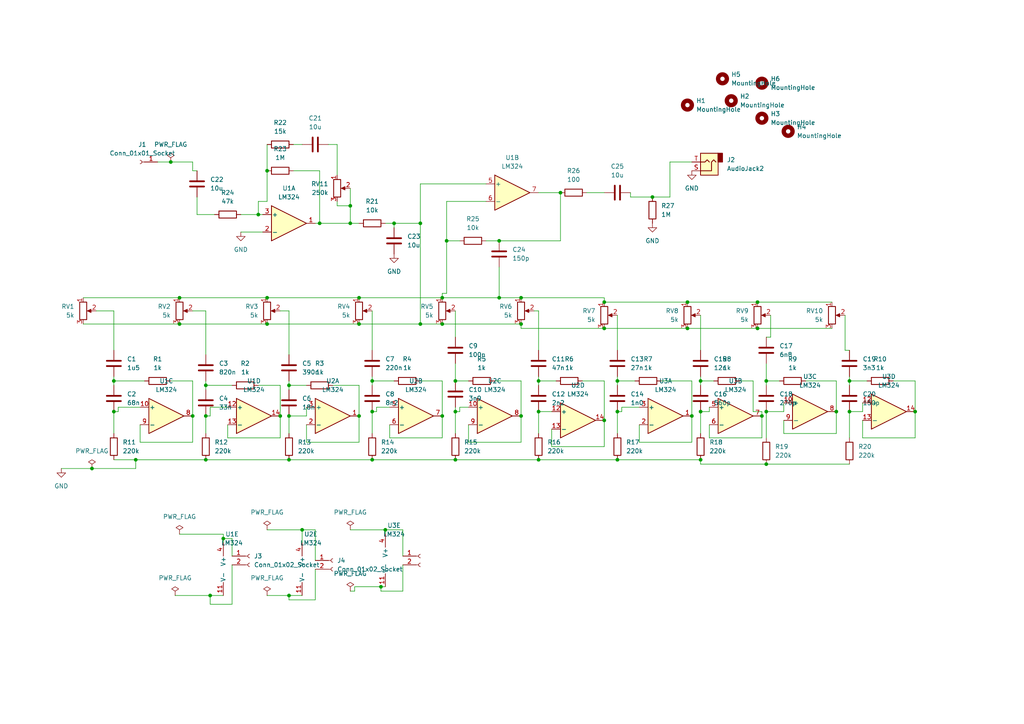
<source format=kicad_sch>
(kicad_sch (version 20230121) (generator eeschema)
  (paper "A4")
  (lib_symbols
    (symbol "Amplifier_Operational:LM324" (pin_names (offset 0.127))
      (property "Reference" "U" (at 0 5.08 0))
      (property "Value" "LM324" (at 0 -5.08 0))
      (symbol "LM324_1_1"
        (polyline (pts (xy -5.08 5.08) (xy 5.08 0) (xy -5.08 -5.08) (xy -5.08 5.08)) (stroke (width 0.254)) (fill (type background)))
        (pin output line (at 7.62 0 180) (length 2.54) (name "~") (number "1"))
        (pin input line (at -7.62 -2.54 0) (length 2.54) (name "-") (number "2"))
        (pin input line (at -7.62 2.54 0) (length 2.54) (name "+") (number "3"))
      )
      (symbol "LM324_2_1"
        (polyline (pts (xy -5.08 5.08) (xy 5.08 0) (xy -5.08 -5.08) (xy -5.08 5.08)) (stroke (width 0.254)) (fill (type background)))
        (pin input line (at -7.62 2.54 0) (length 2.54) (name "+") (number "5"))
        (pin input line (at -7.62 -2.54 0) (length 2.54) (name "-") (number "6"))
        (pin output line (at 7.62 0 180) (length 2.54) (name "~") (number "7"))
      )
      (symbol "LM324_3_1"
        (polyline (pts (xy -5.08 5.08) (xy 5.08 0) (xy -5.08 -5.08) (xy -5.08 5.08)) (stroke (width 0.254)) (fill (type background)))
        (pin input line (at -7.62 2.54 0) (length 2.54) (name "+") (number "10"))
        (pin output line (at 7.62 0 180) (length 2.54) (name "~") (number "8"))
        (pin input line (at -7.62 -2.54 0) (length 2.54) (name "-") (number "9"))
      )
      (symbol "LM324_4_1"
        (polyline (pts (xy -5.08 5.08) (xy 5.08 0) (xy -5.08 -5.08) (xy -5.08 5.08)) (stroke (width 0.254)) (fill (type background)))
        (pin input line (at -7.62 2.54 0) (length 2.54) (name "+") (number "12"))
        (pin input line (at -7.62 -2.54 0) (length 2.54) (name "-") (number "13"))
        (pin output line (at 7.62 0 180) (length 2.54) (name "~") (number "14"))
      )
      (symbol "LM324_5_1"
        (pin power_in line (at -2.54 -7.62 90) (length 3.81) (name "V-") (number "11"))
        (pin power_in line (at -2.54 7.62 270) (length 3.81) (name "V+") (number "4"))
      )
    )
    (symbol "Connector:Conn_01x01_Socket" (pin_names (offset 1.016) hide)
      (property "Reference" "J" (at 0 2.54 0))
      (property "Value" "Conn_01x01_Socket" (at 0 -2.54 0))
      (symbol "Conn_01x01_Socket_1_1"
        (polyline (pts (xy -1.27 0) (xy -0.508 0)) (stroke (width 0.1524)))
        (arc (start 0 0.508) (mid -0.5058 0) (end 0 -0.508) (stroke (width 0.1524)))
        (pin passive line (at -5.08 0 0) (length 3.81) (name "Pin_1") (number "1"))
      )
    )
    (symbol "Connector:Conn_01x02_Socket" (pin_names (offset 1.016) hide)
      (property "Reference" "J" (at 0 2.54 0))
      (property "Value" "Conn_01x02_Socket" (at 0 -5.08 0))
      (symbol "Conn_01x02_Socket_1_1"
        (arc (start 0 -2.032) (mid -0.5058 -2.54) (end 0 -3.048) (stroke (width 0.1524)))
        (polyline (pts (xy -1.27 -2.54) (xy -0.508 -2.54)) (stroke (width 0.1524)))
        (polyline (pts (xy -1.27 0) (xy -0.508 0)) (stroke (width 0.1524)))
        (arc (start 0 0.508) (mid -0.5058 0) (end 0 -0.508) (stroke (width 0.1524)))
        (pin passive line (at -5.08 0 0) (length 3.81) (name "Pin_1") (number "1"))
        (pin passive line (at -5.08 -2.54 0) (length 3.81) (name "Pin_2") (number "2"))
      )
    )
    (symbol "Connector_Audio:AudioJack2"
      (property "Reference" "J" (at 0 8.89 0))
      (property "Value" "AudioJack2" (at 0 6.35 0))
      (symbol "AudioJack2_0_1"
        (rectangle (start -3.81 0) (end -2.54 -2.54) (stroke (width 0.254)) (fill (type outline)))
        (rectangle (start -2.54 3.81) (end 2.54 -2.54) (stroke (width 0.254)) (fill (type background)))
        (polyline (pts (xy 0 0) (xy 0.635 -0.635) (xy 1.27 0) (xy 2.54 0)) (stroke (width 0.254)))
        (polyline (pts (xy 2.54 2.54) (xy -0.635 2.54) (xy -0.635 0) (xy -1.27 -0.635) (xy -1.905 0)) (stroke (width 0.254)))
      )
      (symbol "AudioJack2_1_1"
        (pin passive line (at 5.08 2.54 180) (length 2.54) (name "~") (number "S"))
        (pin passive line (at 5.08 0 180) (length 2.54) (name "~") (number "T"))
      )
    )
    (symbol "Device:C" (pin_numbers hide) (pin_names (offset 0.254))
      (property "Reference" "C" (at 0.635 2.54 0))
      (property "Value" "C" (at 0.635 -2.54 0))
      (symbol "C_0_1"
        (polyline (pts (xy -2.032 -0.762) (xy 2.032 -0.762)) (stroke (width 0.508)))
        (polyline (pts (xy -2.032 0.762) (xy 2.032 0.762)) (stroke (width 0.508)))
      )
      (symbol "C_1_1"
        (pin passive line (at 0 3.81 270) (length 2.794) (name "~") (number "1"))
        (pin passive line (at 0 -3.81 90) (length 2.794) (name "~") (number "2"))
      )
    )
    (symbol "Device:R" (pin_numbers hide) (pin_names (offset 0))
      (property "Reference" "R" (at 2.032 0 90))
      (property "Value" "R" (at 0 0 90))
      (symbol "R_0_1"
        (rectangle (start -1.016 -2.54) (end 1.016 2.54) (stroke (width 0.254)))
      )
      (symbol "R_1_1"
        (pin passive line (at 0 3.81 270) (length 1.27) (name "~") (number "1"))
        (pin passive line (at 0 -3.81 90) (length 1.27) (name "~") (number "2"))
      )
    )
    (symbol "Device:R_Potentiometer" (pin_names (offset 1.016) hide)
      (property "Reference" "RV" (at -4.445 0 90))
      (property "Value" "R_Potentiometer" (at -2.54 0 90))
      (symbol "R_Potentiometer_0_1"
        (polyline (pts (xy 2.54 0) (xy 1.524 0)))
        (polyline (pts (xy 1.143 0) (xy 2.286 0.508) (xy 2.286 -0.508) (xy 1.143 0)) (fill (type outline)))
        (rectangle (start 1.016 2.54) (end -1.016 -2.54) (stroke (width 0.254)))
      )
      (symbol "R_Potentiometer_1_1"
        (pin passive line (at 0 3.81 270) (length 1.27) (name "1") (number "1"))
        (pin passive line (at 3.81 0 180) (length 1.27) (name "2") (number "2"))
        (pin passive line (at 0 -3.81 90) (length 1.27) (name "3") (number "3"))
      )
    )
    (symbol "Mechanical:MountingHole" (pin_names (offset 1.016))
      (property "Reference" "H" (at 0 5.08 0))
      (property "Value" "MountingHole" (at 0 3.175 0))
      (symbol "MountingHole_0_1"
        (circle (center 0 0) (radius 1.27) (stroke (width 1.27)))
      )
    )
    (symbol "power:GND" (power) (pin_names (offset 0))
      (property "Value" "GND" (at 0 -3.81 0))
      (symbol "GND_0_1"
        (polyline (pts (xy 0 0) (xy 0 -1.27) (xy 1.27 -1.27) (xy 0 -2.54) (xy -1.27 -1.27) (xy 0 -1.27)))
      )
      (symbol "GND_1_1"
        (pin power_in line (at 0 0 270) (length 0) hide (name "GND") (number "1"))
      )
    )
    (symbol "power:PWR_FLAG" (power) (pin_numbers hide) (pin_names (offset 0) hide)
      (property "Value" "PWR_FLAG" (at 0 3.81 0))
      (symbol "PWR_FLAG_0_0"
        (pin power_out line (at 0 0 90) (length 0) (name "pwr") (number "1"))
      )
      (symbol "PWR_FLAG_0_1"
        (polyline (pts (xy 0 0) (xy 0 1.27) (xy -1.016 1.905) (xy 0 2.54) (xy 1.016 1.905) (xy 0 1.27)))
      )
    )
  )
  (junction (at 151.13 86.36))
  (junction (at 189.23 57.15))
  (junction (at 107.95 119.38))
  (junction (at 162.56 55.88))
  (junction (at 111.76 153.67))
  (junction (at 128.27 93.98))
  (junction (at 156.21 133.35))
  (junction (at 104.14 120.65))
  (junction (at 151.13 93.98))
  (junction (at 129.54 69.85))
  (junction (at 33.02 119.38))
  (junction (at 222.25 119.38))
  (junction (at 77.47 93.98))
  (junction (at 156.21 110.49))
  (junction (at 132.08 110.49))
  (junction (at 49.53 46.99))
  (junction (at 156.21 119.38))
  (junction (at 52.07 93.98))
  (junction (at 101.6 59.69))
  (junction (at 101.6 64.77))
  (junction (at 219.71 95.25))
  (junction (at 60.96 172.72))
  (junction (at 203.2 110.49))
  (junction (at 87.63 153.67))
  (junction (at 151.13 120.65))
  (junction (at 132.08 133.35))
  (junction (at 222.25 110.49))
  (junction (at 219.71 87.63))
  (junction (at 220.98 120.65))
  (junction (at 104.14 93.98))
  (junction (at 179.07 119.38))
  (junction (at 104.14 86.36))
  (junction (at 83.82 111.76))
  (junction (at 33.02 110.49))
  (junction (at 59.69 133.35))
  (junction (at 175.26 121.92))
  (junction (at 107.95 110.49))
  (junction (at 200.66 120.65))
  (junction (at 83.82 120.65))
  (junction (at 144.78 86.36))
  (junction (at 246.38 119.38))
  (junction (at 77.47 49.53))
  (junction (at 222.25 134.62))
  (junction (at 242.57 119.38))
  (junction (at 203.2 119.38))
  (junction (at 121.92 64.77))
  (junction (at 114.3 64.77))
  (junction (at 121.92 93.98))
  (junction (at 59.69 120.65))
  (junction (at 52.07 86.36))
  (junction (at 59.69 111.76))
  (junction (at 132.08 119.38))
  (junction (at 39.37 133.35))
  (junction (at 175.26 87.63))
  (junction (at 246.38 110.49))
  (junction (at 92.71 64.77))
  (junction (at 199.39 87.63))
  (junction (at 199.39 95.25))
  (junction (at 83.82 172.72))
  (junction (at 203.2 133.35))
  (junction (at 81.28 120.65))
  (junction (at 179.07 110.49))
  (junction (at 83.82 133.35))
  (junction (at 107.95 133.35))
  (junction (at 144.78 69.85))
  (junction (at 110.49 170.18))
  (junction (at 26.67 135.89))
  (junction (at 175.26 95.25))
  (junction (at 128.27 120.65))
  (junction (at 128.27 86.36))
  (junction (at 77.47 86.36))
  (junction (at 179.07 133.35))
  (junction (at 74.93 62.23))
  (junction (at 55.88 120.65))
  (junction (at 265.43 119.38))
  (junction (at 64.77 156.21))
  (wire (pts (xy 128.27 127) (xy 128.27 120.65)))
  (wire (pts (xy 227.33 121.92) (xy 227.33 125.73)))
  (wire (pts (xy 83.82 111.76) (xy 88.9 111.76)))
  (wire (pts (xy 214.63 110.49) (xy 218.44 110.49)))
  (wire (pts (xy 233.68 110.49) (xy 242.57 110.49)))
  (wire (pts (xy 91.44 64.77) (xy 92.71 64.77)))
  (wire (pts (xy 111.76 64.77) (xy 114.3 64.77)))
  (wire (pts (xy 69.85 67.31) (xy 76.2 67.31)))
  (wire (pts (xy 203.2 134.62) (xy 203.2 133.35)))
  (wire (pts (xy 179.07 133.35) (xy 203.2 133.35)))
  (wire (pts (xy 91.44 173.99) (xy 83.82 173.99)))
  (wire (pts (xy 222.25 110.49) (xy 226.06 110.49)))
  (wire (pts (xy 69.85 62.23) (xy 74.93 62.23)))
  (wire (pts (xy 116.84 153.67) (xy 111.76 153.67)))
  (wire (pts (xy 77.47 41.91) (xy 77.47 49.53)))
  (wire (pts (xy 144.78 77.47) (xy 144.78 86.36)))
  (wire (pts (xy 222.25 105.41) (xy 222.25 110.49)))
  (wire (pts (xy 168.91 110.49) (xy 175.26 110.49)))
  (wire (pts (xy 128.27 110.49) (xy 128.27 120.65)))
  (wire (pts (xy 156.21 55.88) (xy 162.56 55.88)))
  (wire (pts (xy 77.47 93.98) (xy 104.14 93.98)))
  (wire (pts (xy 132.08 119.38) (xy 132.08 125.73)))
  (wire (pts (xy 92.71 49.53) (xy 92.71 64.77)))
  (wire (pts (xy 200.66 46.99) (xy 194.31 46.99)))
  (wire (pts (xy 74.93 111.76) (xy 81.28 111.76)))
  (wire (pts (xy 140.97 53.34) (xy 121.92 53.34)))
  (wire (pts (xy 121.92 53.34) (xy 121.92 64.77)))
  (wire (pts (xy 55.88 46.99) (xy 55.88 49.53)))
  (wire (pts (xy 128.27 86.36) (xy 144.78 86.36)))
  (wire (pts (xy 121.92 93.98) (xy 128.27 93.98)))
  (wire (pts (xy 121.92 110.49) (xy 128.27 110.49)))
  (wire (pts (xy 180.34 119.38) (xy 179.07 119.38)))
  (wire (pts (xy 246.38 110.49) (xy 251.46 110.49)))
  (wire (pts (xy 242.57 110.49) (xy 242.57 119.38)))
  (wire (pts (xy 227.33 119.38) (xy 222.25 119.38)))
  (wire (pts (xy 26.67 135.89) (xy 39.37 135.89)))
  (wire (pts (xy 59.69 110.49) (xy 59.69 111.76)))
  (wire (pts (xy 121.92 64.77) (xy 121.92 93.98)))
  (wire (pts (xy 107.95 109.22) (xy 107.95 110.49)))
  (wire (pts (xy 114.3 64.77) (xy 121.92 64.77)))
  (wire (pts (xy 160.02 124.46) (xy 160.02 129.54)))
  (wire (pts (xy 156.21 119.38) (xy 160.02 119.38)))
  (wire (pts (xy 55.88 90.17) (xy 59.69 90.17)))
  (wire (pts (xy 109.22 119.38) (xy 107.95 119.38)))
  (wire (pts (xy 77.47 153.67) (xy 87.63 153.67)))
  (wire (pts (xy 116.84 171.45) (xy 110.49 171.45)))
  (wire (pts (xy 45.72 46.99) (xy 49.53 46.99)))
  (wire (pts (xy 129.54 69.85) (xy 133.35 69.85)))
  (wire (pts (xy 104.14 111.76) (xy 104.14 120.65)))
  (wire (pts (xy 67.31 163.83) (xy 67.31 175.26)))
  (wire (pts (xy 66.04 127) (xy 81.28 127)))
  (wire (pts (xy 135.89 118.11) (xy 133.35 118.11)))
  (wire (pts (xy 223.52 97.79) (xy 222.25 97.79)))
  (wire (pts (xy 104.14 86.36) (xy 128.27 86.36)))
  (wire (pts (xy 83.82 110.49) (xy 83.82 111.76)))
  (wire (pts (xy 60.96 175.26) (xy 60.96 172.72)))
  (wire (pts (xy 205.74 127) (xy 220.98 127)))
  (wire (pts (xy 111.76 153.67) (xy 111.76 154.94)))
  (wire (pts (xy 135.89 128.27) (xy 151.13 128.27)))
  (wire (pts (xy 34.29 118.11) (xy 34.29 119.38)))
  (wire (pts (xy 77.47 49.53) (xy 77.47 58.42)))
  (wire (pts (xy 220.98 119.38) (xy 220.98 120.65)))
  (wire (pts (xy 203.2 119.38) (xy 205.74 119.38)))
  (wire (pts (xy 96.52 111.76) (xy 104.14 111.76)))
  (wire (pts (xy 113.03 127) (xy 128.27 127)))
  (wire (pts (xy 33.02 109.22) (xy 33.02 110.49)))
  (wire (pts (xy 85.09 49.53) (xy 92.71 49.53)))
  (wire (pts (xy 140.97 69.85) (xy 144.78 69.85)))
  (wire (pts (xy 203.2 109.22) (xy 203.2 110.49)))
  (wire (pts (xy 179.07 91.44) (xy 179.07 101.6)))
  (wire (pts (xy 39.37 133.35) (xy 39.37 135.89)))
  (wire (pts (xy 111.76 170.18) (xy 110.49 170.18)))
  (wire (pts (xy 156.21 133.35) (xy 179.07 133.35)))
  (wire (pts (xy 91.44 165.1) (xy 91.44 173.99)))
  (wire (pts (xy 107.95 110.49) (xy 114.3 110.49)))
  (wire (pts (xy 242.57 119.38) (xy 242.57 125.73)))
  (wire (pts (xy 74.93 62.23) (xy 76.2 62.23)))
  (wire (pts (xy 219.71 87.63) (xy 241.3 87.63)))
  (wire (pts (xy 222.25 134.62) (xy 246.38 134.62)))
  (wire (pts (xy 34.29 119.38) (xy 33.02 119.38)))
  (wire (pts (xy 175.26 86.36) (xy 151.13 86.36)))
  (wire (pts (xy 110.49 170.18) (xy 102.87 170.18)))
  (wire (pts (xy 27.94 90.17) (xy 33.02 90.17)))
  (wire (pts (xy 101.6 59.69) (xy 101.6 64.77)))
  (wire (pts (xy 250.19 119.38) (xy 246.38 119.38)))
  (wire (pts (xy 194.31 46.99) (xy 194.31 57.15)))
  (wire (pts (xy 114.3 64.77) (xy 114.3 66.04)))
  (wire (pts (xy 135.89 123.19) (xy 135.89 128.27)))
  (wire (pts (xy 156.21 125.73) (xy 156.21 119.38)))
  (wire (pts (xy 175.26 87.63) (xy 175.26 86.36)))
  (wire (pts (xy 129.54 85.09) (xy 128.27 85.09)))
  (wire (pts (xy 259.08 110.49) (xy 265.43 110.49)))
  (wire (pts (xy 59.69 133.35) (xy 83.82 133.35)))
  (wire (pts (xy 250.19 127) (xy 265.43 127)))
  (wire (pts (xy 250.19 116.84) (xy 250.19 119.38)))
  (wire (pts (xy 102.87 170.18) (xy 102.87 171.45)))
  (wire (pts (xy 132.08 105.41) (xy 132.08 110.49)))
  (wire (pts (xy 104.14 93.98) (xy 121.92 93.98)))
  (wire (pts (xy 55.88 110.49) (xy 55.88 120.65)))
  (wire (pts (xy 83.82 172.72) (xy 87.63 172.72)))
  (wire (pts (xy 182.88 57.15) (xy 189.23 57.15)))
  (wire (pts (xy 180.34 118.11) (xy 180.34 119.38)))
  (wire (pts (xy 227.33 125.73) (xy 242.57 125.73)))
  (wire (pts (xy 101.6 153.67) (xy 111.76 153.67)))
  (wire (pts (xy 33.02 110.49) (xy 33.02 111.76)))
  (wire (pts (xy 49.53 110.49) (xy 55.88 110.49)))
  (wire (pts (xy 17.78 135.89) (xy 26.67 135.89)))
  (wire (pts (xy 52.07 154.94) (xy 64.77 154.94)))
  (wire (pts (xy 92.71 64.77) (xy 101.6 64.77)))
  (wire (pts (xy 88.9 120.65) (xy 83.82 120.65)))
  (wire (pts (xy 102.87 171.45) (xy 101.6 171.45)))
  (wire (pts (xy 49.53 46.99) (xy 55.88 46.99)))
  (wire (pts (xy 83.82 173.99) (xy 83.82 172.72)))
  (wire (pts (xy 87.63 153.67) (xy 87.63 157.48)))
  (wire (pts (xy 132.08 118.11) (xy 132.08 119.38)))
  (wire (pts (xy 144.78 86.36) (xy 151.13 86.36)))
  (wire (pts (xy 140.97 58.42) (xy 129.54 58.42)))
  (wire (pts (xy 179.07 110.49) (xy 179.07 111.76)))
  (wire (pts (xy 179.07 125.73) (xy 179.07 119.38)))
  (wire (pts (xy 129.54 58.42) (xy 129.54 69.85)))
  (wire (pts (xy 265.43 110.49) (xy 265.43 119.38)))
  (wire (pts (xy 175.26 129.54) (xy 175.26 121.92)))
  (wire (pts (xy 66.04 118.11) (xy 60.96 118.11)))
  (wire (pts (xy 64.77 154.94) (xy 64.77 156.21)))
  (wire (pts (xy 191.77 110.49) (xy 200.66 110.49)))
  (wire (pts (xy 185.42 128.27) (xy 200.66 128.27)))
  (wire (pts (xy 81.28 127) (xy 81.28 120.65)))
  (wire (pts (xy 156.21 110.49) (xy 161.29 110.49)))
  (wire (pts (xy 151.13 95.25) (xy 151.13 93.98)))
  (wire (pts (xy 33.02 133.35) (xy 39.37 133.35)))
  (wire (pts (xy 132.08 133.35) (xy 156.21 133.35)))
  (wire (pts (xy 88.9 128.27) (xy 104.14 128.27)))
  (wire (pts (xy 59.69 120.65) (xy 59.69 125.73)))
  (wire (pts (xy 77.47 58.42) (xy 74.93 58.42)))
  (wire (pts (xy 77.47 172.72) (xy 83.82 172.72)))
  (wire (pts (xy 91.44 153.67) (xy 87.63 153.67)))
  (wire (pts (xy 175.26 95.25) (xy 199.39 95.25)))
  (wire (pts (xy 91.44 162.56) (xy 91.44 153.67)))
  (wire (pts (xy 77.47 86.36) (xy 104.14 86.36)))
  (wire (pts (xy 218.44 110.49) (xy 218.44 119.38)))
  (wire (pts (xy 60.96 118.11) (xy 60.96 120.65)))
  (wire (pts (xy 151.13 120.65) (xy 151.13 128.27)))
  (wire (pts (xy 60.96 120.65) (xy 59.69 120.65)))
  (wire (pts (xy 33.02 110.49) (xy 41.91 110.49)))
  (wire (pts (xy 116.84 163.83) (xy 116.84 171.45)))
  (wire (pts (xy 24.13 93.98) (xy 52.07 93.98)))
  (wire (pts (xy 74.93 58.42) (xy 74.93 62.23)))
  (wire (pts (xy 129.54 69.85) (xy 129.54 85.09)))
  (wire (pts (xy 52.07 86.36) (xy 77.47 86.36)))
  (wire (pts (xy 60.96 172.72) (xy 64.77 172.72)))
  (wire (pts (xy 101.6 64.77) (xy 104.14 64.77)))
  (wire (pts (xy 40.64 128.27) (xy 55.88 128.27)))
  (wire (pts (xy 179.07 110.49) (xy 184.15 110.49)))
  (wire (pts (xy 59.69 90.17) (xy 59.69 102.87)))
  (wire (pts (xy 265.43 127) (xy 265.43 119.38)))
  (wire (pts (xy 95.25 41.91) (xy 97.79 41.91)))
  (wire (pts (xy 59.69 111.76) (xy 67.31 111.76)))
  (wire (pts (xy 24.13 86.36) (xy 52.07 86.36)))
  (wire (pts (xy 156.21 110.49) (xy 156.21 111.76)))
  (wire (pts (xy 97.79 41.91) (xy 97.79 50.8)))
  (wire (pts (xy 156.21 90.17) (xy 156.21 101.6)))
  (wire (pts (xy 246.38 109.22) (xy 246.38 110.49)))
  (wire (pts (xy 151.13 110.49) (xy 151.13 120.65)))
  (wire (pts (xy 83.82 90.17) (xy 83.82 102.87)))
  (wire (pts (xy 40.64 123.19) (xy 40.64 128.27)))
  (wire (pts (xy 55.88 49.53) (xy 57.15 49.53)))
  (wire (pts (xy 104.14 120.65) (xy 104.14 128.27)))
  (wire (pts (xy 132.08 90.17) (xy 132.08 97.79)))
  (wire (pts (xy 205.74 118.11) (xy 205.74 119.38)))
  (wire (pts (xy 113.03 123.19) (xy 113.03 127)))
  (wire (pts (xy 88.9 123.19) (xy 88.9 128.27)))
  (wire (pts (xy 33.02 119.38) (xy 33.02 125.73)))
  (wire (pts (xy 67.31 156.21) (xy 64.77 156.21)))
  (wire (pts (xy 107.95 90.17) (xy 107.95 101.6)))
  (wire (pts (xy 185.42 123.19) (xy 185.42 128.27)))
  (wire (pts (xy 113.03 118.11) (xy 109.22 118.11)))
  (wire (pts (xy 245.11 91.44) (xy 245.11 101.6)))
  (wire (pts (xy 101.6 54.61) (xy 101.6 59.69)))
  (wire (pts (xy 162.56 69.85) (xy 144.78 69.85)))
  (wire (pts (xy 109.22 118.11) (xy 109.22 119.38)))
  (wire (pts (xy 199.39 95.25) (xy 219.71 95.25)))
  (wire (pts (xy 160.02 129.54) (xy 175.26 129.54)))
  (wire (pts (xy 97.79 59.69) (xy 101.6 59.69)))
  (wire (pts (xy 151.13 95.25) (xy 175.26 95.25)))
  (wire (pts (xy 222.25 119.38) (xy 222.25 127)))
  (wire (pts (xy 222.25 110.49) (xy 222.25 111.76)))
  (wire (pts (xy 219.71 95.25) (xy 241.3 95.25)))
  (wire (pts (xy 116.84 161.29) (xy 116.84 153.67)))
  (wire (pts (xy 227.33 116.84) (xy 227.33 119.38)))
  (wire (pts (xy 200.66 120.65) (xy 200.66 128.27)))
  (wire (pts (xy 81.28 111.76) (xy 81.28 120.65)))
  (wire (pts (xy 59.69 111.76) (xy 59.69 113.03)))
  (wire (pts (xy 52.07 93.98) (xy 77.47 93.98)))
  (wire (pts (xy 133.35 119.38) (xy 132.08 119.38)))
  (wire (pts (xy 175.26 110.49) (xy 175.26 121.92)))
  (wire (pts (xy 67.31 161.29) (xy 67.31 156.21)))
  (wire (pts (xy 246.38 119.38) (xy 246.38 127)))
  (wire (pts (xy 203.2 110.49) (xy 203.2 111.76)))
  (wire (pts (xy 154.94 90.17) (xy 156.21 90.17)))
  (wire (pts (xy 55.88 128.27) (xy 55.88 120.65)))
  (wire (pts (xy 81.28 90.17) (xy 83.82 90.17)))
  (wire (pts (xy 203.2 134.62) (xy 222.25 134.62)))
  (wire (pts (xy 97.79 59.69) (xy 97.79 58.42)))
  (wire (pts (xy 66.04 123.19) (xy 66.04 127)))
  (wire (pts (xy 50.8 172.72) (xy 60.96 172.72)))
  (wire (pts (xy 83.82 133.35) (xy 107.95 133.35)))
  (wire (pts (xy 250.19 121.92) (xy 250.19 127)))
  (wire (pts (xy 162.56 55.88) (xy 162.56 69.85)))
  (wire (pts (xy 110.49 171.45) (xy 110.49 170.18)))
  (wire (pts (xy 128.27 85.09) (xy 128.27 86.36)))
  (wire (pts (xy 107.95 133.35) (xy 132.08 133.35)))
  (wire (pts (xy 207.01 110.49) (xy 203.2 110.49)))
  (wire (pts (xy 218.44 119.38) (xy 220.98 119.38)))
  (wire (pts (xy 83.82 111.76) (xy 83.82 113.03)))
  (wire (pts (xy 85.09 41.91) (xy 87.63 41.91)))
  (wire (pts (xy 132.08 110.49) (xy 135.89 110.49)))
  (wire (pts (xy 189.23 57.15) (xy 194.31 57.15)))
  (wire (pts (xy 33.02 90.17) (xy 33.02 101.6)))
  (wire (pts (xy 223.52 91.44) (xy 223.52 97.79)))
  (wire (pts (xy 107.95 119.38) (xy 107.95 125.73)))
  (wire (pts (xy 107.95 110.49) (xy 107.95 111.76)))
  (wire (pts (xy 143.51 110.49) (xy 151.13 110.49)))
  (wire (pts (xy 246.38 110.49) (xy 246.38 111.76)))
  (wire (pts (xy 200.66 110.49) (xy 200.66 120.65)))
  (wire (pts (xy 179.07 109.22) (xy 179.07 110.49)))
  (wire (pts (xy 64.77 156.21) (xy 64.77 157.48)))
  (wire (pts (xy 133.35 118.11) (xy 133.35 119.38)))
  (wire (pts (xy 170.18 55.88) (xy 175.26 55.88)))
  (wire (pts (xy 128.27 93.98) (xy 151.13 93.98)))
  (wire (pts (xy 245.11 101.6) (xy 246.38 101.6)))
  (wire (pts (xy 83.82 120.65) (xy 83.82 125.73)))
  (wire (pts (xy 175.26 87.63) (xy 199.39 87.63)))
  (wire (pts (xy 205.74 123.19) (xy 205.74 127)))
  (wire (pts (xy 57.15 62.23) (xy 62.23 62.23)))
  (wire (pts (xy 156.21 109.22) (xy 156.21 110.49)))
  (wire (pts (xy 182.88 57.15) (xy 182.88 55.88)))
  (wire (pts (xy 88.9 118.11) (xy 88.9 120.65)))
  (wire (pts (xy 199.39 87.63) (xy 219.71 87.63)))
  (wire (pts (xy 203.2 91.44) (xy 203.2 101.6)))
  (wire (pts (xy 67.31 175.26) (xy 60.96 175.26)))
  (wire (pts (xy 57.15 57.15) (xy 57.15 62.23)))
  (wire (pts (xy 185.42 118.11) (xy 180.34 118.11)))
  (wire (pts (xy 40.64 118.11) (xy 34.29 118.11)))
  (wire (pts (xy 220.98 127) (xy 220.98 120.65)))
  (wire (pts (xy 203.2 125.73) (xy 203.2 119.38)))
  (wire (pts (xy 39.37 133.35) (xy 59.69 133.35)))
  (symbol (lib_id "power:GND") (at 200.66 49.53 0) (unit 1)
    (property "Reference" "#PWR03" (effects hide))
    (property "Value" "GND" (at 200.66 54.61 0))
  )
  (symbol (lib_id "Device:R") (at 189.23 60.96 180) (unit 1)
    (property "Reference" "R27" (at 191.77 59.69 0) (effects (justify right)))
    (property "Value" "1M" (at 191.77 62.23 0) (effects (justify right)))
    (property "Footprint" "Resistor_SMD:R_1206_3216Metric" (effects hide))
  )
  (symbol (lib_id "Device:C") (at 144.78 73.66 180) (unit 1)
    (property "Reference" "C24" (at 148.59 72.39 0) (effects (justify right)))
    (property "Value" "150p" (at 148.59 74.93 0) (effects (justify right)))
    (property "Footprint" "Capacitor_SMD:C_1206_3216Metric" (effects hide))
  )
  (symbol (lib_id "Mechanical:MountingHole") (at 220.98 34.29 0) (unit 1)
    (property "Reference" "H3" (at 223.52 33.02 0) (effects (justify left)))
    (property "Value" "MountingHole" (at 223.52 35.56 0) (effects (justify left)))
    (property "Footprint" "MountingHole:MountingHole_3.5mm" (effects hide))
  )
  (symbol (lib_id "Device:C") (at 33.02 115.57 0) (unit 1)
    (property "Reference" "C2" (at 36.83 114.3 0) (effects (justify left)))
    (property "Value" "68n" (at 36.83 116.84 0) (effects (justify left)))
    (property "Footprint" "Capacitor_SMD:C_1206_3216Metric" (effects hide))
  )
  (symbol (lib_id "Amplifier_Operational:LM324") (at 114.3 162.56 0) (unit 5)
    (property "Reference" "U3" (at 114.3 152.4 0))
    (property "Value" "LM324" (at 114.3 154.94 0))
    (property "Footprint" "Package_SO:SO-14_3.9x8.65mm_P1.27mm" (effects hide))
    (property "Datasheet" "http://www.ti.com/lit/ds/symlink/lm2902-n.pdf" (effects hide))
  )
  (symbol (lib_id "Device:R_Potentiometer") (at 24.13 90.17 0) (unit 1)
    (property "Reference" "RV1" (at 21.59 88.9 0) (effects (justify right)))
    (property "Value" "5k" (at 21.59 91.44 0) (effects (justify right)))
    (property "Footprint" "Potentiometer_THT:Potentiometer_Bourns_PTA6043_Single_Slide" (effects hide))
  )
  (symbol (lib_id "Device:R") (at 71.12 111.76 90) (unit 1)
    (property "Reference" "R2" (at 71.12 105.41 90))
    (property "Value" "1k" (at 71.12 107.95 90))
    (property "Footprint" "Resistor_SMD:R_1206_3216Metric" (effects hide))
  )
  (symbol (lib_id "Device:C") (at 83.82 116.84 0) (unit 1)
    (property "Reference" "C6" (at 87.63 115.57 0) (effects (justify left)))
    (property "Value" "18n" (at 87.63 118.11 0) (effects (justify left)))
    (property "Footprint" "Capacitor_SMD:C_1206_3216Metric" (effects hide))
  )
  (symbol (lib_id "power:PWR_FLAG") (at 77.47 153.67 0) (unit 1)
    (property "Reference" "#FLG03" (effects hide))
    (property "Value" "PWR_FLAG" (at 77.47 148.59 0))
  )
  (symbol (lib_id "Amplifier_Operational:LM324") (at 148.59 55.88 0) (unit 2)
    (property "Reference" "U1" (at 148.59 45.72 0))
    (property "Value" "LM324" (at 148.59 48.26 0))
    (property "Footprint" "Package_SO:SO-14_3.9x8.65mm_P1.27mm" (effects hide))
    (property "Datasheet" "http://www.ti.com/lit/ds/symlink/lm2902-n.pdf" (effects hide))
  )
  (symbol (lib_id "Device:C") (at 222.25 101.6 0) (unit 1)
    (property "Reference" "C17" (at 226.06 100.33 0) (effects (justify left)))
    (property "Value" "6n8" (at 226.06 102.87 0) (effects (justify left)))
    (property "Footprint" "Capacitor_SMD:C_1206_3216Metric" (effects hide))
  )
  (symbol (lib_id "Device:C") (at 203.2 115.57 0) (unit 1)
    (property "Reference" "C16" (at 207.01 114.3 0) (effects (justify left)))
    (property "Value" "560p" (at 207.01 116.84 0) (effects (justify left)))
    (property "Footprint" "Capacitor_SMD:C_1206_3216Metric" (effects hide))
  )
  (symbol (lib_id "Device:C") (at 107.95 105.41 0) (unit 1)
    (property "Reference" "C7" (at 111.76 104.14 0) (effects (justify left)))
    (property "Value" "220n" (at 111.76 106.68 0) (effects (justify left)))
    (property "Footprint" "Capacitor_SMD:C_1206_3216Metric" (effects hide))
  )
  (symbol (lib_id "Device:C") (at 91.44 41.91 90) (unit 1)
    (property "Reference" "C21" (at 91.44 34.29 90))
    (property "Value" "10u" (at 91.44 36.83 90))
    (property "Footprint" "Capacitor_SMD:C_1206_3216Metric" (effects hide))
  )
  (symbol (lib_id "Device:R_Potentiometer") (at 151.13 90.17 0) (unit 1)
    (property "Reference" "RV6" (at 148.59 88.9 0) (effects (justify right)))
    (property "Value" "5k" (at 148.59 91.44 0) (effects (justify right)))
    (property "Footprint" "Potentiometer_THT:Potentiometer_Bourns_PTA6043_Single_Slide" (effects hide))
  )
  (symbol (lib_id "Device:R") (at 59.69 129.54 0) (unit 1)
    (property "Reference" "R12" (at 62.23 128.27 0) (effects (justify left)))
    (property "Value" "220k" (at 62.23 130.81 0) (effects (justify left)))
    (property "Footprint" "Resistor_SMD:R_1206_3216Metric" (effects hide))
  )
  (symbol (lib_id "Amplifier_Operational:LM324") (at 234.95 119.38 0) (unit 3)
    (property "Reference" "U3" (at 234.95 109.22 0))
    (property "Value" "LM324" (at 234.95 111.76 0))
    (property "Footprint" "Package_SO:SO-14_3.9x8.65mm_P1.27mm" (effects hide))
    (property "Datasheet" "http://www.ti.com/lit/ds/symlink/lm2902-n.pdf" (effects hide))
  )
  (symbol (lib_id "Device:C") (at 132.08 114.3 0) (unit 1)
    (property "Reference" "C10" (at 135.89 113.03 0) (effects (justify left)))
    (property "Value" "3n9" (at 135.89 115.57 0) (effects (justify left)))
    (property "Footprint" "Capacitor_SMD:C_1206_3216Metric" (effects hide))
  )
  (symbol (lib_id "Device:R") (at 92.71 111.76 90) (unit 1)
    (property "Reference" "R3" (at 92.71 105.41 90))
    (property "Value" "1k" (at 92.71 107.95 90))
    (property "Footprint" "Resistor_SMD:R_1206_3216Metric" (effects hide))
  )
  (symbol (lib_id "Device:R") (at 166.37 55.88 90) (unit 1)
    (property "Reference" "R26" (at 166.37 49.53 90))
    (property "Value" "100" (at 166.37 52.07 90))
    (property "Footprint" "Resistor_SMD:R_1206_3216Metric" (effects hide))
  )
  (symbol (lib_id "power:PWR_FLAG") (at 52.07 154.94 0) (unit 1)
    (property "Reference" "#FLG01" (effects hide))
    (property "Value" "PWR_FLAG" (at 52.07 149.86 0))
  )
  (symbol (lib_id "Device:C") (at 203.2 105.41 0) (unit 1)
    (property "Reference" "C15" (at 207.01 104.14 0) (effects (justify left)))
    (property "Value" "12n" (at 207.01 106.68 0) (effects (justify left)))
    (property "Footprint" "Capacitor_SMD:C_1206_3216Metric" (effects hide))
  )
  (symbol (lib_id "Device:R") (at 203.2 129.54 0) (unit 1)
    (property "Reference" "R18" (at 205.74 128.27 0) (effects (justify left)))
    (property "Value" "220k" (at 205.74 130.81 0) (effects (justify left)))
    (property "Footprint" "Resistor_SMD:R_1206_3216Metric" (effects hide))
  )
  (symbol (lib_id "power:GND") (at 17.78 135.89 0) (unit 1)
    (property "Reference" "#PWR01" (effects hide))
    (property "Value" "GND" (at 17.78 140.97 0))
  )
  (symbol (lib_id "Amplifier_Operational:LM324") (at 167.64 121.92 0) (unit 4)
    (property "Reference" "U2" (at 167.64 111.76 0))
    (property "Value" "LM324" (at 167.64 114.3 0))
    (property "Footprint" "Package_SO:SO-14_3.9x8.65mm_P1.27mm" (effects hide))
    (property "Datasheet" "http://www.ti.com/lit/ds/symlink/lm2902-n.pdf" (effects hide))
  )
  (symbol (lib_id "power:GND") (at 189.23 64.77 0) (unit 1)
    (property "Reference" "#PWR05" (effects hide))
    (property "Value" "GND" (at 189.23 69.85 0))
  )
  (symbol (lib_id "power:PWR_FLAG") (at 49.53 46.99 0) (unit 1)
    (property "Reference" "#FLG08" (effects hide))
    (property "Value" "PWR_FLAG" (at 49.53 41.91 0))
  )
  (symbol (lib_id "Amplifier_Operational:LM324") (at 257.81 119.38 0) (unit 4)
    (property "Reference" "U3" (at 257.81 109.22 0))
    (property "Value" "LM324" (at 257.81 111.76 0))
    (property "Footprint" "Package_SO:SO-14_3.9x8.65mm_P1.27mm" (effects hide))
    (property "Datasheet" "http://www.ti.com/lit/ds/symlink/lm2902-n.pdf" (effects hide))
  )
  (symbol (lib_id "Device:C") (at 83.82 106.68 0) (unit 1)
    (property "Reference" "C5" (at 87.63 105.41 0) (effects (justify left)))
    (property "Value" "390n" (at 87.63 107.95 0) (effects (justify left)))
    (property "Footprint" "Capacitor_SMD:C_1206_3216Metric" (effects hide))
  )
  (symbol (lib_id "Device:C") (at 222.25 115.57 0) (unit 1)
    (property "Reference" "C18" (at 226.06 114.3 0) (effects (justify left)))
    (property "Value" "270p" (at 226.06 116.84 0) (effects (justify left)))
    (property "Footprint" "Capacitor_SMD:C_1206_3216Metric" (effects hide))
  )
  (symbol (lib_id "Device:R") (at 222.25 130.81 0) (unit 1)
    (property "Reference" "R19" (at 224.79 129.54 0) (effects (justify left)))
    (property "Value" "220k" (at 224.79 132.08 0) (effects (justify left)))
    (property "Footprint" "Resistor_SMD:R_1206_3216Metric" (effects hide))
  )
  (symbol (lib_id "Amplifier_Operational:LM324") (at 73.66 120.65 0) (unit 4)
    (property "Reference" "U1" (at 73.66 110.49 0))
    (property "Value" "LM324" (at 73.66 113.03 0))
    (property "Footprint" "Package_SO:SO-14_3.9x8.65mm_P1.27mm" (effects hide))
    (property "Datasheet" "http://www.ti.com/lit/ds/symlink/lm2902-n.pdf" (effects hide))
  )
  (symbol (lib_id "Mechanical:MountingHole") (at 212.09 29.21 0) (unit 1)
    (property "Reference" "H2" (at 214.63 27.94 0) (effects (justify left)))
    (property "Value" "MountingHole" (at 214.63 30.48 0) (effects (justify left)))
    (property "Footprint" "MountingHole:MountingHole_3.5mm" (effects hide))
  )
  (symbol (lib_id "Device:C") (at 246.38 105.41 0) (unit 1)
    (property "Reference" "C19" (at 250.19 104.14 0) (effects (justify left)))
    (property "Value" "3n3" (at 250.19 106.68 0) (effects (justify left)))
    (property "Footprint" "Capacitor_SMD:C_1206_3216Metric" (effects hide))
  )
  (symbol (lib_id "Amplifier_Operational:LM324") (at 67.31 165.1 0) (unit 5)
    (property "Reference" "U1" (at 67.31 154.94 0))
    (property "Value" "LM324" (at 67.31 157.48 0))
    (property "Footprint" "Package_SO:SO-14_3.9x8.65mm_P1.27mm" (effects hide))
    (property "Datasheet" "http://www.ti.com/lit/ds/symlink/lm2902-n.pdf" (effects hide))
  )
  (symbol (lib_id "power:GND") (at 69.85 67.31 0) (unit 1)
    (property "Reference" "#PWR02" (effects hide))
    (property "Value" "GND" (at 69.85 72.39 0))
  )
  (symbol (lib_id "power:GND") (at 114.3 73.66 0) (unit 1)
    (property "Reference" "#PWR04" (effects hide))
    (property "Value" "GND" (at 114.3 78.74 0))
  )
  (symbol (lib_id "power:PWR_FLAG") (at 77.47 172.72 0) (unit 1)
    (property "Reference" "#FLG04" (effects hide))
    (property "Value" "PWR_FLAG" (at 77.47 167.64 0))
  )
  (symbol (lib_id "Mechanical:MountingHole") (at 220.98 24.13 0) (unit 1)
    (property "Reference" "H6" (at 223.52 22.86 0) (effects (justify left)))
    (property "Value" "MountingHole" (at 223.52 25.4 0) (effects (justify left)))
    (property "Footprint" "MountingHole:MountingHole_3.5mm" (effects hide))
  )
  (symbol (lib_id "Device:C") (at 156.21 115.57 0) (unit 1)
    (property "Reference" "C12" (at 160.02 114.3 0) (effects (justify left)))
    (property "Value" "2n2" (at 160.02 116.84 0) (effects (justify left)))
    (property "Footprint" "Capacitor_SMD:C_1206_3216Metric" (effects hide))
  )
  (symbol (lib_id "Device:R_Potentiometer") (at 128.27 90.17 0) (unit 1)
    (property "Reference" "RV5" (at 125.73 88.9 0) (effects (justify right)))
    (property "Value" "5k" (at 125.73 91.44 0) (effects (justify right)))
    (property "Footprint" "Potentiometer_THT:Potentiometer_Bourns_PTA6043_Single_Slide" (effects hide))
  )
  (symbol (lib_id "Mechanical:MountingHole") (at 209.55 22.86 0) (unit 1)
    (property "Reference" "H5" (at 212.09 21.59 0) (effects (justify left)))
    (property "Value" "MountingHole" (at 212.09 24.13 0) (effects (justify left)))
    (property "Footprint" "MountingHole:MountingHole_3.5mm" (effects hide))
  )
  (symbol (lib_id "Device:C") (at 179.07 105.41 0) (unit 1)
    (property "Reference" "C13" (at 182.88 104.14 0) (effects (justify left)))
    (property "Value" "27n" (at 182.88 106.68 0) (effects (justify left)))
    (property "Footprint" "Capacitor_SMD:C_1206_3216Metric" (effects hide))
  )
  (symbol (lib_id "Device:R_Potentiometer") (at 52.07 90.17 0) (unit 1)
    (property "Reference" "RV2" (at 49.53 88.9 0) (effects (justify right)))
    (property "Value" "5k" (at 49.53 91.44 0) (effects (justify right)))
    (property "Footprint" "Potentiometer_THT:Potentiometer_Bourns_PTA6043_Single_Slide" (effects hide))
  )
  (symbol (lib_id "Device:R_Potentiometer") (at 77.47 90.17 0) (unit 1)
    (property "Reference" "RV3" (at 74.93 88.9 0) (effects (justify right)))
    (property "Value" "5k" (at 74.93 91.44 0) (effects (justify right)))
    (property "Footprint" "Potentiometer_THT:Potentiometer_Bourns_PTA6043_Single_Slide" (effects hide))
  )
  (symbol (lib_id "Amplifier_Operational:LM324") (at 96.52 120.65 0) (unit 1)
    (property "Reference" "U2" (at 96.52 110.49 0))
    (property "Value" "LM324" (at 96.52 113.03 0))
    (property "Footprint" "Package_SO:SO-14_3.9x8.65mm_P1.27mm" (effects hide))
    (property "Datasheet" "http://www.ti.com/lit/ds/symlink/lm2902-n.pdf" (effects hide))
  )
  (symbol (lib_id "Device:R") (at 179.07 129.54 0) (unit 1)
    (property "Reference" "R17" (at 181.61 128.27 0) (effects (justify left)))
    (property "Value" "220k" (at 181.61 130.81 0) (effects (justify left)))
    (property "Footprint" "Resistor_SMD:R_1206_3216Metric" (effects hide))
  )
  (symbol (lib_id "Device:R") (at 139.7 110.49 90) (unit 1)
    (property "Reference" "R5" (at 139.7 104.14 90))
    (property "Value" "1k" (at 139.7 106.68 90))
    (property "Footprint" "Resistor_SMD:R_1206_3216Metric" (effects hide))
  )
  (symbol (lib_id "Device:R") (at 66.04 62.23 90) (unit 1)
    (property "Reference" "R24" (at 66.04 55.88 90))
    (property "Value" "47k" (at 66.04 58.42 90))
    (property "Footprint" "Resistor_SMD:R_1206_3216Metric" (effects hide))
  )
  (symbol (lib_id "Amplifier_Operational:LM324") (at 193.04 120.65 0) (unit 1)
    (property "Reference" "U3" (at 193.04 110.49 0))
    (property "Value" "LM324" (at 193.04 113.03 0))
    (property "Footprint" "Package_SO:SO-14_3.9x8.65mm_P1.27mm" (effects hide))
    (property "Datasheet" "http://www.ti.com/lit/ds/symlink/lm2902-n.pdf" (effects hide))
  )
  (symbol (lib_id "Device:R") (at 156.21 129.54 0) (unit 1)
    (property "Reference" "R16" (at 158.75 128.27 0) (effects (justify left)))
    (property "Value" "220k" (at 158.75 130.81 0) (effects (justify left)))
    (property "Footprint" "Resistor_SMD:R_1206_3216Metric" (effects hide))
  )
  (symbol (lib_id "Device:R") (at 132.08 129.54 0) (unit 1)
    (property "Reference" "R15" (at 134.62 128.27 0) (effects (justify left)))
    (property "Value" "220k" (at 134.62 130.81 0) (effects (justify left)))
    (property "Footprint" "Resistor_SMD:R_1206_3216Metric" (effects hide))
  )
  (symbol (lib_id "Device:R") (at 210.82 110.49 90) (unit 1)
    (property "Reference" "R8" (at 210.82 104.14 90))
    (property "Value" "1k" (at 210.82 106.68 90))
    (property "Footprint" "Resistor_SMD:R_1206_3216Metric" (effects hide))
  )
  (symbol (lib_id "Amplifier_Operational:LM324") (at 143.51 120.65 0) (unit 3)
    (property "Reference" "U2" (at 143.51 110.49 0))
    (property "Value" "LM324" (at 143.51 113.03 0))
    (property "Footprint" "Package_SO:SO-14_3.9x8.65mm_P1.27mm" (effects hide))
    (property "Datasheet" "http://www.ti.com/lit/ds/symlink/lm2902-n.pdf" (effects hide))
  )
  (symbol (lib_id "Device:C") (at 59.69 106.68 0) (unit 1)
    (property "Reference" "C3" (at 63.5 105.41 0) (effects (justify left)))
    (property "Value" "820n" (at 63.5 107.95 0) (effects (justify left)))
    (property "Footprint" "Capacitor_SMD:C_1206_3216Metric" (effects hide))
  )
  (symbol (lib_id "Device:R") (at 229.87 110.49 90) (unit 1)
    (property "Reference" "R9" (at 229.87 104.14 90))
    (property "Value" "1k" (at 229.87 106.68 90))
    (property "Footprint" "Resistor_SMD:R_1206_3216Metric" (effects hide))
  )
  (symbol (lib_id "Mechanical:MountingHole") (at 199.39 30.48 0) (unit 1)
    (property "Reference" "H1" (at 201.93 29.21 0) (effects (justify left)))
    (property "Value" "MountingHole" (at 201.93 31.75 0) (effects (justify left)))
    (property "Footprint" "MountingHole:MountingHole_3.5mm" (effects hide))
  )
  (symbol (lib_id "power:PWR_FLAG") (at 50.8 172.72 0) (unit 1)
    (property "Reference" "#FLG02" (effects hide))
    (property "Value" "PWR_FLAG" (at 50.8 167.64 0))
  )
  (symbol (lib_id "power:PWR_FLAG") (at 101.6 153.67 0) (unit 1)
    (property "Reference" "#FLG05" (effects hide))
    (property "Value" "PWR_FLAG" (at 101.6 148.59 0))
  )
  (symbol (lib_id "Amplifier_Operational:LM324") (at 83.82 64.77 0) (unit 1)
    (property "Reference" "U1" (at 83.82 54.61 0))
    (property "Value" "LM324" (at 83.82 57.15 0))
    (property "Footprint" "Package_SO:SO-14_3.9x8.65mm_P1.27mm" (effects hide))
    (property "Datasheet" "http://www.ti.com/lit/ds/symlink/lm2902-n.pdf" (effects hide))
  )
  (symbol (lib_id "Device:C") (at 59.69 116.84 0) (unit 1)
    (property "Reference" "C4" (at 63.5 115.57 0) (effects (justify left)))
    (property "Value" "33n" (at 63.5 118.11 0) (effects (justify left)))
    (property "Footprint" "Capacitor_SMD:C_1206_3216Metric" (effects hide))
  )
  (symbol (lib_id "Device:R_Potentiometer") (at 175.26 91.44 0) (unit 1)
    (property "Reference" "RV7" (at 172.72 90.17 0) (effects (justify right)))
    (property "Value" "5k" (at 172.72 92.71 0) (effects (justify right)))
    (property "Footprint" "Potentiometer_THT:Potentiometer_Bourns_PTA6043_Single_Slide" (effects hide))
  )
  (symbol (lib_id "Device:R_Potentiometer") (at 104.14 90.17 0) (unit 1)
    (property "Reference" "RV4" (at 101.6 88.9 0) (effects (justify right)))
    (property "Value" "5k" (at 101.6 91.44 0) (effects (justify right)))
    (property "Footprint" "Potentiometer_THT:Potentiometer_Bourns_PTA6043_Single_Slide" (effects hide))
  )
  (symbol (lib_id "Device:R") (at 246.38 130.81 0) (unit 1)
    (property "Reference" "R20" (at 248.92 129.54 0) (effects (justify left)))
    (property "Value" "220k" (at 248.92 132.08 0) (effects (justify left)))
    (property "Footprint" "Resistor_SMD:R_1206_3216Metric" (effects hide))
  )
  (symbol (lib_id "Amplifier_Operational:LM324") (at 213.36 120.65 0) (unit 2)
    (property "Reference" "U3" (at 213.36 110.49 0))
    (property "Value" "LM324" (at 213.36 113.03 0))
    (property "Footprint" "Package_SO:SO-14_3.9x8.65mm_P1.27mm" (effects hide))
    (property "Datasheet" "http://www.ti.com/lit/ds/symlink/lm2902-n.pdf" (effects hide))
  )
  (symbol (lib_id "Device:R") (at 33.02 129.54 0) (unit 1)
    (property "Reference" "R11" (at 35.56 128.27 0) (effects (justify left)))
    (property "Value" "220k" (at 35.56 130.81 0) (effects (justify left)))
    (property "Footprint" "Resistor_SMD:R_1206_3216Metric" (effects hide))
  )
  (symbol (lib_id "Device:R") (at 107.95 129.54 0) (unit 1)
    (property "Reference" "R14" (at 110.49 128.27 0) (effects (justify left)))
    (property "Value" "220k" (at 110.49 130.81 0) (effects (justify left)))
    (property "Footprint" "Resistor_SMD:R_1206_3216Metric" (effects hide))
  )
  (symbol (lib_id "Device:R") (at 83.82 129.54 0) (unit 1)
    (property "Reference" "R13" (at 86.36 128.27 0) (effects (justify left)))
    (property "Value" "220k" (at 86.36 130.81 0) (effects (justify left)))
    (property "Footprint" "Resistor_SMD:R_1206_3216Metric" (effects hide))
  )
  (symbol (lib_id "Device:R") (at 81.28 49.53 90) (unit 1)
    (property "Reference" "R23" (at 81.28 43.18 90))
    (property "Value" "1M" (at 81.28 45.72 90))
    (property "Footprint" "Resistor_SMD:R_1206_3216Metric" (effects hide))
  )
  (symbol (lib_id "Amplifier_Operational:LM324") (at 48.26 120.65 0) (unit 3)
    (property "Reference" "U1" (at 48.26 110.49 0))
    (property "Value" "LM324" (at 48.26 113.03 0))
    (property "Footprint" "Package_SO:SO-14_3.9x8.65mm_P1.27mm" (effects hide))
    (property "Datasheet" "http://www.ti.com/lit/ds/symlink/lm2902-n.pdf" (effects hide))
  )
  (symbol (lib_id "Device:R_Potentiometer") (at 97.79 54.61 0) (unit 1)
    (property "Reference" "RV11" (at 95.25 53.34 0) (effects (justify right)))
    (property "Value" "250k" (at 95.25 55.88 0) (effects (justify right)))
    (property "Footprint" "Potentiometer_THT:Potentiometer_Bourns_PTA6043_Single_Slide" (effects hide))
  )
  (symbol (lib_id "Device:R") (at 81.28 41.91 90) (unit 1)
    (property "Reference" "R22" (at 81.28 35.56 90))
    (property "Value" "15k" (at 81.28 38.1 90))
    (property "Footprint" "Resistor_SMD:R_1206_3216Metric" (effects hide))
  )
  (symbol (lib_id "Device:R") (at 107.95 64.77 90) (unit 1)
    (property "Reference" "R21" (at 107.95 58.42 90))
    (property "Value" "10k" (at 107.95 60.96 90))
    (property "Footprint" "Resistor_SMD:R_1206_3216Metric" (effects hide))
  )
  (symbol (lib_id "Device:R") (at 45.72 110.49 90) (unit 1)
    (property "Reference" "R1" (at 45.72 104.14 90))
    (property "Value" "1k" (at 45.72 106.68 90))
    (property "Footprint" "Resistor_SMD:R_1206_3216Metric" (effects hide))
  )
  (symbol (lib_id "Device:C") (at 57.15 53.34 180) (unit 1)
    (property "Reference" "C22" (at 60.96 52.07 0) (effects (justify right)))
    (property "Value" "10u" (at 60.96 54.61 0) (effects (justify right)))
    (property "Footprint" "Capacitor_SMD:C_1206_3216Metric" (effects hide))
  )
  (symbol (lib_id "Device:C") (at 114.3 69.85 180) (unit 1)
    (property "Reference" "C23" (at 118.11 68.58 0) (effects (justify right)))
    (property "Value" "10u" (at 118.11 71.12 0) (effects (justify right)))
    (property "Footprint" "Capacitor_SMD:C_1206_3216Metric" (effects hide))
  )
  (symbol (lib_id "Device:C") (at 33.02 105.41 0) (unit 1)
    (property "Reference" "C1" (at 36.83 104.14 0) (effects (justify left)))
    (property "Value" "1u5" (at 36.83 106.68 0) (effects (justify left)))
    (property "Footprint" "Capacitor_SMD:C_1206_3216Metric" (effects hide))
  )
  (symbol (lib_id "power:PWR_FLAG") (at 26.67 135.89 0) (unit 1)
    (property "Reference" "#FLG07" (effects hide))
    (property "Value" "PWR_FLAG" (at 26.67 130.81 0))
  )
  (symbol (lib_id "Connector:Conn_01x01_Socket") (at 40.64 46.99 180) (unit 1)
    (property "Reference" "J1" (at 41.275 41.91 0))
    (property "Value" "Conn_01x01_Socket" (at 41.275 44.45 0))
    (property "Footprint" "Connector_PinSocket_2.54mm:PinSocket_1x01_P2.54mm_Vertical" (effects hide))
  )
  (symbol (lib_id "Connector:Conn_01x02_Socket") (at 121.92 161.29 0) (unit 1)
    (property "Reference" "J5" (effects hide))
    (property "Value" "Conn_01x02_Socket" (effects hide))
    (property "Footprint" "Connector_PinSocket_2.54mm:PinSocket_1x02_P2.54mm_Vertical" (effects hide))
  )
  (symbol (lib_id "Device:R_Potentiometer") (at 219.71 91.44 0) (unit 1)
    (property "Reference" "RV9" (at 217.17 90.17 0) (effects (justify right)))
    (property "Value" "5k" (at 217.17 92.71 0) (effects (justify right)))
    (property "Footprint" "Potentiometer_THT:Potentiometer_Bourns_PTA6043_Single_Slide" (effects hide))
  )
  (symbol (lib_id "Mechanical:MountingHole") (at 228.6 38.1 0) (unit 1)
    (property "Reference" "H4" (at 231.14 36.83 0) (effects (justify left)))
    (property "Value" "MountingHole" (at 231.14 39.37 0) (effects (justify left)))
    (property "Footprint" "MountingHole:MountingHole_3.5mm" (effects hide))
  )
  (symbol (lib_id "Connector:Conn_01x02_Socket") (at 72.39 161.29 0) (unit 1)
    (property "Reference" "J3" (at 73.66 161.29 0) (effects (justify left)))
    (property "Value" "Conn_01x02_Socket" (at 73.66 163.83 0) (effects (justify left)))
    (property "Footprint" "Connector_PinSocket_2.54mm:PinSocket_1x02_P2.54mm_Vertical" (effects hide))
  )
  (symbol (lib_id "Device:R_Potentiometer") (at 241.3 91.44 0) (unit 1)
    (property "Reference" "RV10" (at 238.76 90.17 0) (effects (justify right)))
    (property "Value" "5k" (at 238.76 92.71 0) (effects (justify right)))
    (property "Footprint" "Potentiometer_THT:Potentiometer_Bourns_PTA6043_Single_Slide" (effects hide))
  )
  (symbol (lib_id "Device:C") (at 179.07 115.57 0) (unit 1)
    (property "Reference" "C14" (at 182.88 114.3 0) (effects (justify left)))
    (property "Value" "1n0" (at 182.88 116.84 0) (effects (justify left)))
    (property "Footprint" "Capacitor_SMD:C_1206_3216Metric" (effects hide))
  )
  (symbol (lib_id "Connector_Audio:AudioJack2") (at 205.74 46.99 180) (unit 1)
    (property "Reference" "J2" (at 210.82 46.355 0) (effects (justify right)))
    (property "Value" "AudioJack2" (at 210.82 48.895 0) (effects (justify right)))
    (property "Footprint" "Connector_Audio:Jack_3.5mm_CUI_SJ-3523-SMT_Horizontal" (effects hide))
  )
  (symbol (lib_id "Device:R") (at 137.16 69.85 90) (unit 1)
    (property "Reference" "R25" (at 137.16 63.5 90))
    (property "Value" "10k" (at 137.16 66.04 90))
    (property "Footprint" "Resistor_SMD:R_1206_3216Metric" (effects hide))
  )
  (symbol (lib_id "Device:C") (at 132.08 101.6 0) (unit 1)
    (property "Reference" "C9" (at 135.89 100.33 0) (effects (justify left)))
    (property "Value" "100n" (at 135.89 102.87 0) (effects (justify left)))
    (property "Footprint" "Capacitor_SMD:C_1206_3216Metric" (effects hide))
  )
  (symbol (lib_id "Amplifier_Operational:LM324") (at 90.17 165.1 0) (unit 5)
    (property "Reference" "U2" (at 90.17 154.94 0))
    (property "Value" "LM324" (at 90.17 157.48 0))
    (property "Footprint" "Package_SO:SO-14_3.9x8.65mm_P1.27mm" (effects hide))
    (property "Datasheet" "http://www.ti.com/lit/ds/symlink/lm2902-n.pdf" (effects hide))
  )
  (symbol (lib_id "Device:R") (at 118.11 110.49 90) (unit 1)
    (property "Reference" "R4" (at 118.11 104.14 90))
    (property "Value" "1k" (at 118.11 106.68 90))
    (property "Footprint" "Resistor_SMD:R_1206_3216Metric" (effects hide))
  )
  (symbol (lib_id "Amplifier_Operational:LM324") (at 120.65 120.65 0) (unit 2)
    (property "Reference" "U2" (at 120.65 110.49 0))
    (property "Value" "LM324" (at 120.65 113.03 0))
    (property "Footprint" "Package_SO:SO-14_3.9x8.65mm_P1.27mm" (effects hide))
    (property "Datasheet" "http://www.ti.com/lit/ds/symlink/lm2902-n.pdf" (effects hide))
  )
  (symbol (lib_id "Device:C") (at 107.95 115.57 0) (unit 1)
    (property "Reference" "C8" (at 111.76 114.3 0) (effects (justify left)))
    (property "Value" "8n2" (at 111.76 116.84 0) (effects (justify left)))
    (property "Footprint" "Capacitor_SMD:C_1206_3216Metric" (effects hide))
  )
  (symbol (lib_id "Device:R") (at 255.27 110.49 90) (unit 1)
    (property "Reference" "R10" (at 255.27 104.14 90))
    (property "Value" "1k" (at 255.27 106.68 90))
    (property "Footprint" "Resistor_SMD:R_1206_3216Metric" (effects hide))
  )
  (symbol (lib_id "Connector:Conn_01x02_Socket") (at 96.52 162.56 0) (unit 1)
    (property "Reference" "J4" (at 97.79 162.56 0) (effects (justify left)))
    (property "Value" "Conn_01x02_Socket" (at 97.79 165.1 0) (effects (justify left)))
    (property "Footprint" "Connector_PinSocket_2.54mm:PinSocket_1x02_P2.54mm_Vertical" (effects hide))
  )
  (symbol (lib_id "Device:C") (at 246.38 115.57 0) (unit 1)
    (property "Reference" "C20" (at 250.19 114.3 0) (effects (justify left)))
    (property "Value" "150p" (at 250.19 116.84 0) (effects (justify left)))
    (property "Footprint" "Capacitor_SMD:C_1206_3216Metric" (effects hide))
  )
  (symbol (lib_id "Device:R") (at 187.96 110.49 90) (unit 1)
    (property "Reference" "R7" (at 187.96 104.14 90))
    (property "Value" "1k" (at 187.96 106.68 90))
    (property "Footprint" "Resistor_SMD:R_1206_3216Metric" (effects hide))
  )
  (symbol (lib_id "power:PWR_FLAG") (at 101.6 171.45 0) (unit 1)
    (property "Reference" "#FLG06" (effects hide))
    (property "Value" "PWR_FLAG" (at 101.6 166.37 0))
  )
  (symbol (lib_id "Device:R_Potentiometer") (at 199.39 91.44 0) (unit 1)
    (property "Reference" "RV8" (at 196.85 90.17 0) (effects (justify right)))
    (property "Value" "5k" (at 196.85 92.71 0) (effects (justify right)))
    (property "Footprint" "Potentiometer_THT:Potentiometer_Bourns_PTA6043_Single_Slide" (effects hide))
  )
  (symbol (lib_id "Device:C") (at 179.07 55.88 270) (unit 1)
    (property "Reference" "C25" (at 179.07 48.26 90))
    (property "Value" "10u" (at 179.07 50.8 90))
    (property "Footprint" "Capacitor_SMD:C_1206_3216Metric" (effects hide))
  )
  (symbol (lib_id "Device:C") (at 156.21 105.41 0) (unit 1)
    (property "Reference" "C11" (at 160.02 104.14 0) (effects (justify left)))
    (property "Value" "47n" (at 160.02 106.68 0) (effects (justify left)))
    (property "Footprint" "Capacitor_SMD:C_1206_3216Metric" (effects hide))
  )
  (symbol (lib_id "Device:R") (at 165.1 110.49 90) (unit 1)
    (property "Reference" "R6" (at 165.1 104.14 90))
    (property "Value" "1k" (at 165.1 106.68 90))
    (property "Footprint" "Resistor_SMD:R_1206_3216Metric" (effects hide))
  )
)
</source>
